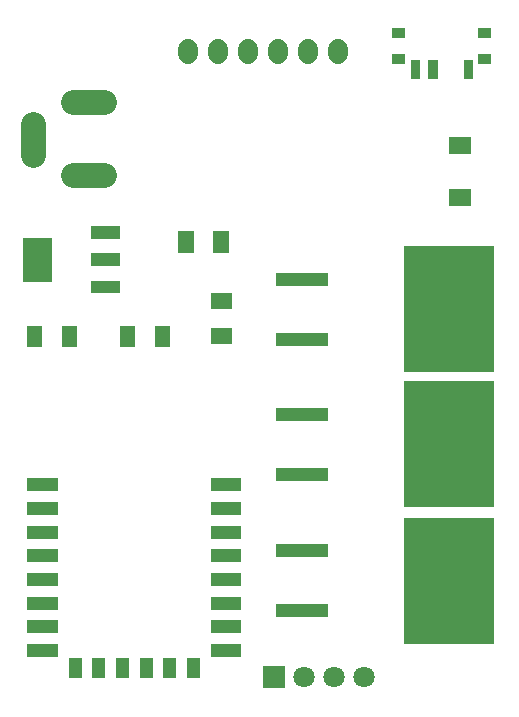
<source format=gts>
G04 Layer: TopSolderMaskLayer*
G04 EasyEDA v6.4.7, 2021-05-23T18:21:04+05:00*
G04 4ba805003f7d4cf790364f2a1c8dc171,d3277c0307964fb6908111913dbd2705,10*
G04 Gerber Generator version 0.2*
G04 Scale: 100 percent, Rotated: No, Reflected: No *
G04 Dimensions in inches *
G04 leading zeros omitted , absolute positions ,2 integer and 4 decimal *
%FSLAX24Y24*%
%MOIN*%
G90*
D02*

%ADD33C,0.068000*%
%ADD34C,0.082740*%
%ADD41C,0.070929*%

%LPD*%
G54D33*
G01X6150Y22193D02*
G01X6150Y22006D01*
G01X7150Y22193D02*
G01X7150Y22006D01*
G01X8150Y22193D02*
G01X8150Y22006D01*
G01X9150Y22193D02*
G01X9150Y22006D01*
G01X10150Y22193D02*
G01X10150Y22006D01*
G01X11150Y22193D02*
G01X11150Y22006D01*
G54D34*
G01X3337Y17979D02*
G01X2313Y17979D01*
G01X2313Y20420D02*
G01X3337Y20420D01*
G01X974Y18648D02*
G01X974Y19672D01*
G36*
G01X14826Y16948D02*
G01X14826Y17519D01*
G01X15573Y17519D01*
G01X15573Y16948D01*
G01X14826Y16948D01*
G37*
G36*
G01X14826Y18680D02*
G01X14826Y19252D01*
G01X15573Y19252D01*
G01X15573Y18680D01*
G01X14826Y18680D01*
G37*
G36*
G01X6973Y15394D02*
G01X6973Y16105D01*
G01X7490Y16105D01*
G01X7490Y15394D01*
G01X6973Y15394D01*
G37*
G36*
G01X5809Y15394D02*
G01X5809Y16105D01*
G01X6326Y16105D01*
G01X6326Y15394D01*
G01X5809Y15394D01*
G37*
G36*
G01X3859Y12244D02*
G01X3859Y12955D01*
G01X4376Y12955D01*
G01X4376Y12244D01*
G01X3859Y12244D01*
G37*
G36*
G01X5023Y12244D02*
G01X5023Y12955D01*
G01X5540Y12955D01*
G01X5540Y12244D01*
G01X5023Y12244D01*
G37*
G36*
G01X6894Y13523D02*
G01X6894Y14040D01*
G01X7605Y14040D01*
G01X7605Y13523D01*
G01X6894Y13523D01*
G37*
G36*
G01X6894Y12359D02*
G01X6894Y12876D01*
G01X7605Y12876D01*
G01X7605Y12359D01*
G01X6894Y12359D01*
G37*
G36*
G01X1923Y12244D02*
G01X1923Y12955D01*
G01X2440Y12955D01*
G01X2440Y12244D01*
G01X1923Y12244D01*
G37*
G36*
G01X759Y12244D02*
G01X759Y12955D01*
G01X1276Y12955D01*
G01X1276Y12244D01*
G01X759Y12244D01*
G37*
G36*
G01X9085Y5236D02*
G01X9085Y5663D01*
G01X10818Y5663D01*
G01X10818Y5236D01*
G01X9085Y5236D01*
G37*
G36*
G01X9085Y3236D02*
G01X9085Y3663D01*
G01X10818Y3663D01*
G01X10818Y3236D01*
G01X9085Y3236D01*
G37*
G36*
G01X13344Y2350D02*
G01X13344Y6550D01*
G01X16351Y6550D01*
G01X16351Y2350D01*
G01X13344Y2350D01*
G37*
G36*
G01X9085Y9786D02*
G01X9085Y10213D01*
G01X10818Y10213D01*
G01X10818Y9786D01*
G01X9085Y9786D01*
G37*
G36*
G01X9085Y7786D02*
G01X9085Y8213D01*
G01X10818Y8213D01*
G01X10818Y7786D01*
G01X9085Y7786D01*
G37*
G36*
G01X13344Y6900D02*
G01X13344Y11100D01*
G01X16351Y11100D01*
G01X16351Y6900D01*
G01X13344Y6900D01*
G37*
G36*
G01X9085Y14286D02*
G01X9085Y14713D01*
G01X10818Y14713D01*
G01X10818Y14286D01*
G01X9085Y14286D01*
G37*
G36*
G01X9085Y12286D02*
G01X9085Y12713D01*
G01X10818Y12713D01*
G01X10818Y12286D01*
G01X9085Y12286D01*
G37*
G36*
G01X13344Y11400D02*
G01X13344Y15600D01*
G01X16351Y15600D01*
G01X16351Y11400D01*
G01X13344Y11400D01*
G37*
G36*
G01X8644Y894D02*
G01X8644Y1605D01*
G01X9355Y1605D01*
G01X9355Y894D01*
G01X8644Y894D01*
G37*
G54D41*
G01X10000Y1250D03*
G01X11000Y1250D03*
G01X12000Y1250D03*
G36*
G01X15327Y21173D02*
G01X15327Y21805D01*
G01X15643Y21805D01*
G01X15643Y21173D01*
G01X15327Y21173D01*
G37*
G36*
G01X14147Y21173D02*
G01X14147Y21805D01*
G01X14463Y21805D01*
G01X14463Y21173D01*
G01X14147Y21173D01*
G37*
G36*
G01X13556Y21173D02*
G01X13556Y21805D01*
G01X13872Y21805D01*
G01X13872Y21173D01*
G01X13556Y21173D01*
G37*
G36*
G01X15819Y21667D02*
G01X15819Y22021D01*
G01X16253Y22021D01*
G01X16253Y21667D01*
G01X15819Y21667D01*
G37*
G36*
G01X12946Y21667D02*
G01X12946Y22021D01*
G01X13380Y22021D01*
G01X13380Y21667D01*
G01X12946Y21667D01*
G37*
G36*
G01X12946Y22532D02*
G01X12946Y22888D01*
G01X13380Y22888D01*
G01X13380Y22532D01*
G01X12946Y22532D01*
G37*
G36*
G01X15819Y22532D02*
G01X15819Y22888D01*
G01X16253Y22888D01*
G01X16253Y22532D01*
G01X15819Y22532D01*
G37*
G36*
G01X2898Y14032D02*
G01X2898Y14457D01*
G01X3861Y14457D01*
G01X3861Y14032D01*
G01X2898Y14032D01*
G37*
G36*
G01X2898Y14936D02*
G01X2898Y15363D01*
G01X3861Y15363D01*
G01X3861Y14936D01*
G01X2898Y14936D01*
G37*
G36*
G01X2898Y15842D02*
G01X2898Y16267D01*
G01X3861Y16267D01*
G01X3861Y15842D01*
G01X2898Y15842D01*
G37*
G36*
G01X638Y14421D02*
G01X638Y15878D01*
G01X1601Y15878D01*
G01X1601Y14421D01*
G01X638Y14421D01*
G37*
G36*
G01X786Y7430D02*
G01X786Y7863D01*
G01X1811Y7863D01*
G01X1811Y7430D01*
G01X786Y7430D01*
G37*
G36*
G01X786Y6642D02*
G01X786Y7076D01*
G01X1811Y7076D01*
G01X1811Y6642D01*
G01X786Y6642D01*
G37*
G36*
G01X786Y5855D02*
G01X786Y6288D01*
G01X1811Y6288D01*
G01X1811Y5855D01*
G01X786Y5855D01*
G37*
G36*
G01X786Y5067D02*
G01X786Y5501D01*
G01X1811Y5501D01*
G01X1811Y5067D01*
G01X786Y5067D01*
G37*
G36*
G01X786Y4280D02*
G01X786Y4713D01*
G01X1811Y4713D01*
G01X1811Y4280D01*
G01X786Y4280D01*
G37*
G36*
G01X786Y3492D02*
G01X786Y3926D01*
G01X1811Y3926D01*
G01X1811Y3492D01*
G01X786Y3492D01*
G37*
G36*
G01X786Y2705D02*
G01X786Y3140D01*
G01X1811Y3140D01*
G01X1811Y2705D01*
G01X786Y2705D01*
G37*
G36*
G01X786Y1919D02*
G01X786Y2351D01*
G01X1811Y2351D01*
G01X1811Y1919D01*
G01X786Y1919D01*
G37*
G36*
G01X2163Y1217D02*
G01X2163Y1888D01*
G01X2598Y1888D01*
G01X2598Y1217D01*
G01X2163Y1217D01*
G37*
G36*
G01X2951Y1217D02*
G01X2951Y1888D01*
G01X3384Y1888D01*
G01X3384Y1217D01*
G01X2951Y1217D01*
G37*
G36*
G01X3738Y1217D02*
G01X3738Y1888D01*
G01X4173Y1888D01*
G01X4173Y1217D01*
G01X3738Y1217D01*
G37*
G36*
G01X4526Y1217D02*
G01X4526Y1888D01*
G01X4959Y1888D01*
G01X4959Y1217D01*
G01X4526Y1217D01*
G37*
G36*
G01X5313Y1217D02*
G01X5313Y1888D01*
G01X5746Y1888D01*
G01X5746Y1217D01*
G01X5313Y1217D01*
G37*
G36*
G01X6101Y1217D02*
G01X6101Y1888D01*
G01X6534Y1888D01*
G01X6534Y1217D01*
G01X6101Y1217D01*
G37*
G36*
G01X6888Y1919D02*
G01X6888Y2351D01*
G01X7913Y2351D01*
G01X7913Y1919D01*
G01X6888Y1919D01*
G37*
G36*
G01X6888Y2705D02*
G01X6888Y3140D01*
G01X7913Y3140D01*
G01X7913Y2705D01*
G01X6888Y2705D01*
G37*
G36*
G01X6888Y3492D02*
G01X6888Y3926D01*
G01X7913Y3926D01*
G01X7913Y3492D01*
G01X6888Y3492D01*
G37*
G36*
G01X6888Y4280D02*
G01X6888Y4715D01*
G01X7913Y4715D01*
G01X7913Y4280D01*
G01X6888Y4280D01*
G37*
G36*
G01X6888Y5067D02*
G01X6888Y5501D01*
G01X7913Y5501D01*
G01X7913Y5067D01*
G01X6888Y5067D01*
G37*
G36*
G01X6888Y5855D02*
G01X6888Y6288D01*
G01X7913Y6288D01*
G01X7913Y5855D01*
G01X6888Y5855D01*
G37*
G36*
G01X6888Y6642D02*
G01X6888Y7076D01*
G01X7913Y7076D01*
G01X7913Y6642D01*
G01X6888Y6642D01*
G37*
G36*
G01X6888Y7430D02*
G01X6888Y7863D01*
G01X7913Y7863D01*
G01X7913Y7430D01*
G01X6888Y7430D01*
G37*
M00*
M02*

</source>
